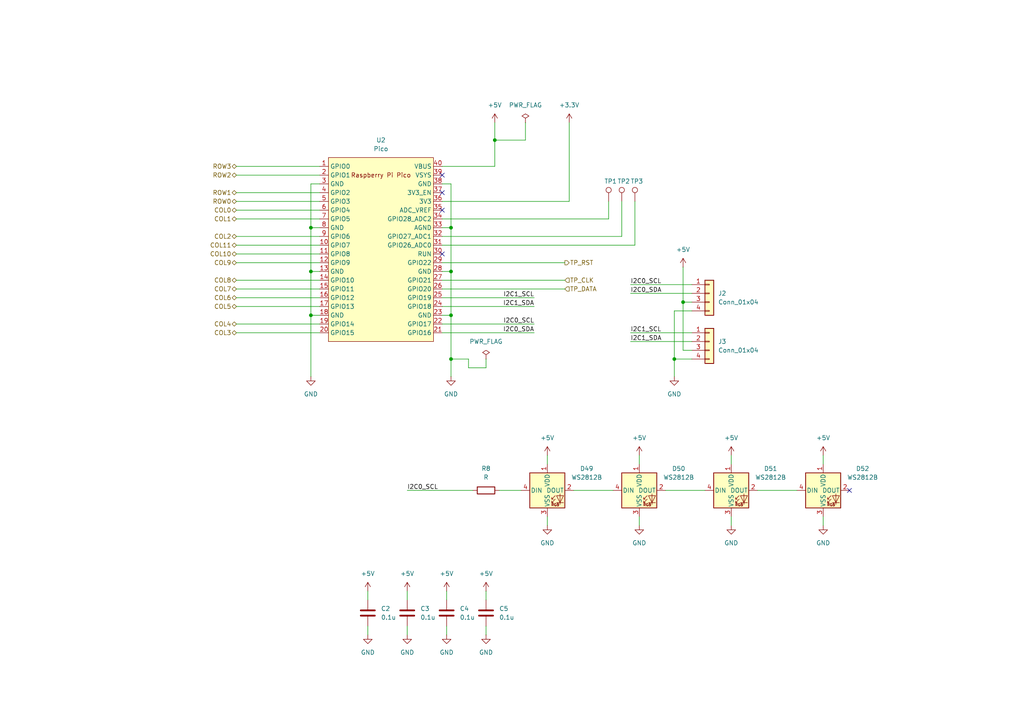
<source format=kicad_sch>
(kicad_sch (version 20231120) (generator "eeschema") (generator_version "8.0")
  (paper "A4")
  (lib_symbols
    (symbol "Connector:TestPoint" (pin_numbers hide) (pin_names (offset 0.762) hide)
      (property "Reference" "TP" (at 0 6.858 0))
      (property "Value" "TestPoint" (at 0 5.08 0))
      (symbol "TestPoint_0_1"
        (circle (center 0 3.302) (radius 0.762))
      )
      (symbol "TestPoint_1_1"
        (pin passive line (at 0 0 90) (length 2.54) (name "1") (number "1"))
      )
    )
    (symbol "Connector_Generic:Conn_01x04" (pin_names (offset 1.016) hide)
      (property "Reference" "J" (at 0 5.08 0))
      (property "Value" "Conn_01x04" (at 0 -7.62 0))
      (symbol "Conn_01x04_1_1"
        (rectangle (start -1.27 -4.953) (end 0 -5.207) (stroke (width 0.1524)))
        (rectangle (start -1.27 -2.413) (end 0 -2.667) (stroke (width 0.1524)))
        (rectangle (start -1.27 0.127) (end 0 -0.127) (stroke (width 0.1524)))
        (rectangle (start -1.27 2.667) (end 0 2.413) (stroke (width 0.1524)))
        (rectangle (start -1.27 3.81) (end 1.27 -6.35) (stroke (width 0.254)) (fill (type background)))
        (pin passive line (at -5.08 2.54 0) (length 3.81) (name "Pin_1") (number "1"))
        (pin passive line (at -5.08 0 0) (length 3.81) (name "Pin_2") (number "2"))
        (pin passive line (at -5.08 -2.54 0) (length 3.81) (name "Pin_3") (number "3"))
        (pin passive line (at -5.08 -5.08 0) (length 3.81) (name "Pin_4") (number "4"))
      )
    )
    (symbol "Device:C" (pin_numbers hide) (pin_names (offset 0.254))
      (property "Reference" "C" (at 0.635 2.54 0))
      (property "Value" "C" (at 0.635 -2.54 0))
      (symbol "C_0_1"
        (polyline (pts (xy -2.032 -0.762) (xy 2.032 -0.762)) (stroke (width 0.508)))
        (polyline (pts (xy -2.032 0.762) (xy 2.032 0.762)) (stroke (width 0.508)))
      )
      (symbol "C_1_1"
        (pin passive line (at 0 3.81 270) (length 2.794) (name "~") (number "1"))
        (pin passive line (at 0 -3.81 90) (length 2.794) (name "~") (number "2"))
      )
    )
    (symbol "Device:R" (pin_numbers hide) (pin_names (offset 0))
      (property "Reference" "R" (at 2.032 0 90))
      (property "Value" "R" (at 0 0 90))
      (symbol "R_0_1"
        (rectangle (start -1.016 -2.54) (end 1.016 2.54) (stroke (width 0.254)))
      )
      (symbol "R_1_1"
        (pin passive line (at 0 3.81 270) (length 1.27) (name "~") (number "1"))
        (pin passive line (at 0 -3.81 90) (length 1.27) (name "~") (number "2"))
      )
    )
    (symbol "LED:WS2812B" (pin_names (offset 0.254))
      (property "Reference" "D" (at 5.08 5.715 0))
      (property "Value" "WS2812B" (at 1.27 -5.715 0))
      (symbol "WS2812B_0_0"
        (text "RGB" (at 2.286 -4.191 0) (effects (font (size 0.762 0.762))))
      )
      (symbol "WS2812B_0_1"
        (polyline (pts (xy 1.27 -3.556) (xy 1.778 -3.556)))
        (polyline (pts (xy 1.27 -2.54) (xy 1.778 -2.54)))
        (polyline (pts (xy 4.699 -3.556) (xy 2.667 -3.556)))
        (polyline (pts (xy 2.286 -2.54) (xy 1.27 -3.556) (xy 1.27 -3.048)))
        (polyline (pts (xy 2.286 -1.524) (xy 1.27 -2.54) (xy 1.27 -2.032)))
        (polyline (pts (xy 3.683 -1.016) (xy 3.683 -3.556) (xy 3.683 -4.064)))
        (polyline (pts (xy 4.699 -1.524) (xy 2.667 -1.524) (xy 3.683 -3.556) (xy 4.699 -1.524)))
        (rectangle (start 5.08 5.08) (end -5.08 -5.08) (stroke (width 0.254)) (fill (type background)))
      )
      (symbol "WS2812B_1_1"
        (pin power_in line (at 0 7.62 270) (length 2.54) (name "VDD") (number "1"))
        (pin output line (at 7.62 0 180) (length 2.54) (name "DOUT") (number "2"))
        (pin power_in line (at 0 -7.62 90) (length 2.54) (name "VSS") (number "3"))
        (pin input line (at -7.62 0 0) (length 2.54) (name "DIN") (number "4"))
      )
    )
    (symbol "my_pico:my_pico_no_dbg"
      (property "Reference" "U" (at -13.97 27.94 0))
      (property "Value" "Pico" (at 0 19.05 0))
      (symbol "my_pico_no_dbg_0_0"
        (text "Raspberry Pi Pico" (at 0 21.59 0) (effects (font (size 1.27 1.27))))
      )
      (symbol "my_pico_no_dbg_0_1"
        (rectangle (start -15.24 26.67) (end 15.24 -26.67) (fill (type background)))
      )
      (symbol "my_pico_no_dbg_1_1"
        (pin bidirectional line (at -17.78 24.13 0) (length 2.54) (name "GPIO0") (number "1"))
        (pin bidirectional line (at -17.78 1.27 0) (length 2.54) (name "GPIO7") (number "10"))
        (pin bidirectional line (at -17.78 -1.27 0) (length 2.54) (name "GPIO8") (number "11"))
        (pin bidirectional line (at -17.78 -3.81 0) (length 2.54) (name "GPIO9") (number "12"))
        (pin power_in line (at -17.78 -6.35 0) (length 2.54) (name "GND") (number "13"))
        (pin bidirectional line (at -17.78 -8.89 0) (length 2.54) (name "GPIO10") (number "14"))
        (pin bidirectional line (at -17.78 -11.43 0) (length 2.54) (name "GPIO11") (number "15"))
        (pin bidirectional line (at -17.78 -13.97 0) (length 2.54) (name "GPIO12") (number "16"))
        (pin bidirectional line (at -17.78 -16.51 0) (length 2.54) (name "GPIO13") (number "17"))
        (pin power_in line (at -17.78 -19.05 0) (length 2.54) (name "GND") (number "18"))
        (pin bidirectional line (at -17.78 -21.59 0) (length 2.54) (name "GPIO14") (number "19"))
        (pin bidirectional line (at -17.78 21.59 0) (length 2.54) (name "GPIO1") (number "2"))
        (pin bidirectional line (at -17.78 -24.13 0) (length 2.54) (name "GPIO15") (number "20"))
        (pin bidirectional line (at 17.78 -24.13 180) (length 2.54) (name "GPIO16") (number "21"))
        (pin bidirectional line (at 17.78 -21.59 180) (length 2.54) (name "GPIO17") (number "22"))
        (pin power_in line (at 17.78 -19.05 180) (length 2.54) (name "GND") (number "23"))
        (pin bidirectional line (at 17.78 -16.51 180) (length 2.54) (name "GPIO18") (number "24"))
        (pin bidirectional line (at 17.78 -13.97 180) (length 2.54) (name "GPIO19") (number "25"))
        (pin bidirectional line (at 17.78 -11.43 180) (length 2.54) (name "GPIO20") (number "26"))
        (pin bidirectional line (at 17.78 -8.89 180) (length 2.54) (name "GPIO21") (number "27"))
        (pin power_in line (at 17.78 -6.35 180) (length 2.54) (name "GND") (number "28"))
        (pin bidirectional line (at 17.78 -3.81 180) (length 2.54) (name "GPIO22") (number "29"))
        (pin power_in line (at -17.78 19.05 0) (length 2.54) (name "GND") (number "3"))
        (pin input line (at 17.78 -1.27 180) (length 2.54) (name "RUN") (number "30"))
        (pin bidirectional line (at 17.78 1.27 180) (length 2.54) (name "GPIO26_ADC0") (number "31"))
        (pin bidirectional line (at 17.78 3.81 180) (length 2.54) (name "GPIO27_ADC1") (number "32"))
        (pin power_in line (at 17.78 6.35 180) (length 2.54) (name "AGND") (number "33"))
        (pin bidirectional line (at 17.78 8.89 180) (length 2.54) (name "GPIO28_ADC2") (number "34"))
        (pin power_in line (at 17.78 11.43 180) (length 2.54) (name "ADC_VREF") (number "35"))
        (pin power_out line (at 17.78 13.97 180) (length 2.54) (name "3V3") (number "36"))
        (pin input line (at 17.78 16.51 180) (length 2.54) (name "3V3_EN") (number "37"))
        (pin power_in line (at 17.78 19.05 180) (length 2.54) (name "GND") (number "38"))
        (pin power_in line (at 17.78 21.59 180) (length 2.54) (name "VSYS") (number "39"))
        (pin bidirectional line (at -17.78 16.51 0) (length 2.54) (name "GPIO2") (number "4"))
        (pin power_in line (at 17.78 24.13 180) (length 2.54) (name "VBUS") (number "40"))
        (pin bidirectional line (at -17.78 13.97 0) (length 2.54) (name "GPIO3") (number "5"))
        (pin bidirectional line (at -17.78 11.43 0) (length 2.54) (name "GPIO4") (number "6"))
        (pin bidirectional line (at -17.78 8.89 0) (length 2.54) (name "GPIO5") (number "7"))
        (pin power_in line (at -17.78 6.35 0) (length 2.54) (name "GND") (number "8"))
        (pin bidirectional line (at -17.78 3.81 0) (length 2.54) (name "GPIO6") (number "9"))
      )
    )
    (symbol "power:+3.3V" (power) (pin_numbers hide) (pin_names (offset 0) hide)
      (property "Value" "+3.3V" (at 0 3.556 0))
      (symbol "+3.3V_0_1"
        (polyline (pts (xy -0.762 1.27) (xy 0 2.54)))
        (polyline (pts (xy 0 0) (xy 0 2.54)))
        (polyline (pts (xy 0 2.54) (xy 0.762 1.27)))
      )
      (symbol "+3.3V_1_1"
        (pin power_in line (at 0 0 90) (length 0) (name "~") (number "1"))
      )
    )
    (symbol "power:+5V" (power) (pin_numbers hide) (pin_names (offset 0) hide)
      (property "Value" "+5V" (at 0 3.556 0))
      (symbol "+5V_0_1"
        (polyline (pts (xy -0.762 1.27) (xy 0 2.54)))
        (polyline (pts (xy 0 0) (xy 0 2.54)))
        (polyline (pts (xy 0 2.54) (xy 0.762 1.27)))
      )
      (symbol "+5V_1_1"
        (pin power_in line (at 0 0 90) (length 0) (name "~") (number "1"))
      )
    )
    (symbol "power:GND" (power) (pin_numbers hide) (pin_names (offset 0) hide)
      (property "Value" "GND" (at 0 -3.81 0))
      (symbol "GND_0_1"
        (polyline (pts (xy 0 0) (xy 0 -1.27) (xy 1.27 -1.27) (xy 0 -2.54) (xy -1.27 -1.27) (xy 0 -1.27)))
      )
      (symbol "GND_1_1"
        (pin power_in line (at 0 0 270) (length 0) (name "~") (number "1"))
      )
    )
    (symbol "power:PWR_FLAG" (power) (pin_numbers hide) (pin_names (offset 0) hide)
      (property "Value" "PWR_FLAG" (at 0 3.81 0))
      (symbol "PWR_FLAG_0_0"
        (pin power_out line (at 0 0 90) (length 0) (name "~") (number "1"))
      )
      (symbol "PWR_FLAG_0_1"
        (polyline (pts (xy 0 0) (xy 0 1.27) (xy -1.016 1.905) (xy 0 2.54) (xy 1.016 1.905) (xy 0 1.27)))
      )
    )
  )
  (junction (at 198.12 87.63))
  (junction (at 130.81 91.44))
  (junction (at 195.58 104.14))
  (junction (at 130.81 104.14))
  (junction (at 90.17 91.44))
  (junction (at 130.81 66.04))
  (junction (at 130.81 78.74))
  (junction (at 90.17 78.74))
  (junction (at 90.17 66.04))
  (junction (at 143.51 40.64))
  (no_connect (at 246.38 142.24))
  (no_connect (at 128.27 60.96))
  (no_connect (at 128.27 55.88))
  (no_connect (at 128.27 50.8))
  (no_connect (at 128.27 73.66))
  (wire (pts (xy 140.97 106.68) (xy 135.89 106.68)))
  (wire (pts (xy 118.11 181.61) (xy 118.11 184.15)))
  (wire (pts (xy 212.09 132.08) (xy 212.09 134.62)))
  (wire (pts (xy 68.58 73.66) (xy 92.71 73.66)))
  (wire (pts (xy 176.53 63.5) (xy 176.53 58.42)))
  (wire (pts (xy 143.51 40.64) (xy 152.4 40.64)))
  (wire (pts (xy 200.66 90.17) (xy 195.58 90.17)))
  (wire (pts (xy 128.27 91.44) (xy 130.81 91.44)))
  (wire (pts (xy 182.88 82.55) (xy 200.66 82.55)))
  (wire (pts (xy 68.58 81.28) (xy 92.71 81.28)))
  (wire (pts (xy 118.11 142.24) (xy 137.16 142.24)))
  (wire (pts (xy 182.88 85.09) (xy 200.66 85.09)))
  (wire (pts (xy 118.11 171.45) (xy 118.11 173.99)))
  (wire (pts (xy 68.58 83.82) (xy 92.71 83.82)))
  (wire (pts (xy 130.81 53.34) (xy 130.81 66.04)))
  (wire (pts (xy 68.58 58.42) (xy 92.71 58.42)))
  (wire (pts (xy 158.75 149.86) (xy 158.75 152.4)))
  (wire (pts (xy 128.27 96.52) (xy 154.94 96.52)))
  (wire (pts (xy 106.68 171.45) (xy 106.68 173.99)))
  (wire (pts (xy 184.15 58.42) (xy 184.15 71.12)))
  (wire (pts (xy 68.58 55.88) (xy 92.71 55.88)))
  (wire (pts (xy 128.27 86.36) (xy 154.94 86.36)))
  (wire (pts (xy 128.27 58.42) (xy 165.1 58.42)))
  (wire (pts (xy 90.17 91.44) (xy 90.17 109.22)))
  (wire (pts (xy 128.27 66.04) (xy 130.81 66.04)))
  (wire (pts (xy 198.12 87.63) (xy 198.12 101.6)))
  (wire (pts (xy 200.66 104.14) (xy 195.58 104.14)))
  (wire (pts (xy 143.51 40.64) (xy 143.51 48.26)))
  (wire (pts (xy 185.42 132.08) (xy 185.42 134.62)))
  (wire (pts (xy 193.04 142.24) (xy 204.47 142.24)))
  (wire (pts (xy 68.58 48.26) (xy 92.71 48.26)))
  (wire (pts (xy 180.34 58.42) (xy 180.34 68.58)))
  (wire (pts (xy 129.54 181.61) (xy 129.54 184.15)))
  (wire (pts (xy 128.27 78.74) (xy 130.81 78.74)))
  (wire (pts (xy 130.81 104.14) (xy 135.89 104.14)))
  (wire (pts (xy 90.17 66.04) (xy 92.71 66.04)))
  (wire (pts (xy 219.71 142.24) (xy 231.14 142.24)))
  (wire (pts (xy 165.1 35.56) (xy 165.1 58.42)))
  (wire (pts (xy 212.09 149.86) (xy 212.09 152.4)))
  (wire (pts (xy 135.89 106.68) (xy 135.89 104.14)))
  (wire (pts (xy 128.27 68.58) (xy 180.34 68.58)))
  (wire (pts (xy 152.4 35.56) (xy 152.4 40.64)))
  (wire (pts (xy 140.97 181.61) (xy 140.97 184.15)))
  (wire (pts (xy 195.58 90.17) (xy 195.58 104.14)))
  (wire (pts (xy 195.58 104.14) (xy 195.58 109.22)))
  (wire (pts (xy 90.17 53.34) (xy 90.17 66.04)))
  (wire (pts (xy 129.54 171.45) (xy 129.54 173.99)))
  (wire (pts (xy 130.81 78.74) (xy 130.81 91.44)))
  (wire (pts (xy 140.97 171.45) (xy 140.97 173.99)))
  (wire (pts (xy 90.17 91.44) (xy 92.71 91.44)))
  (wire (pts (xy 185.42 149.86) (xy 185.42 152.4)))
  (wire (pts (xy 166.37 142.24) (xy 177.8 142.24)))
  (wire (pts (xy 68.58 60.96) (xy 92.71 60.96)))
  (wire (pts (xy 182.88 96.52) (xy 200.66 96.52)))
  (wire (pts (xy 198.12 87.63) (xy 200.66 87.63)))
  (wire (pts (xy 198.12 77.47) (xy 198.12 87.63)))
  (wire (pts (xy 68.58 86.36) (xy 92.71 86.36)))
  (wire (pts (xy 68.58 93.98) (xy 92.71 93.98)))
  (wire (pts (xy 92.71 53.34) (xy 90.17 53.34)))
  (wire (pts (xy 90.17 78.74) (xy 92.71 78.74)))
  (wire (pts (xy 128.27 93.98) (xy 154.94 93.98)))
  (wire (pts (xy 128.27 63.5) (xy 176.53 63.5)))
  (wire (pts (xy 140.97 104.14) (xy 140.97 106.68)))
  (wire (pts (xy 128.27 81.28) (xy 163.83 81.28)))
  (wire (pts (xy 198.12 101.6) (xy 200.66 101.6)))
  (wire (pts (xy 128.27 48.26) (xy 143.51 48.26)))
  (wire (pts (xy 143.51 35.56) (xy 143.51 40.64)))
  (wire (pts (xy 182.88 99.06) (xy 200.66 99.06)))
  (wire (pts (xy 68.58 50.8) (xy 92.71 50.8)))
  (wire (pts (xy 130.81 91.44) (xy 130.81 104.14)))
  (wire (pts (xy 68.58 63.5) (xy 92.71 63.5)))
  (wire (pts (xy 128.27 71.12) (xy 184.15 71.12)))
  (wire (pts (xy 90.17 78.74) (xy 90.17 91.44)))
  (wire (pts (xy 128.27 53.34) (xy 130.81 53.34)))
  (wire (pts (xy 68.58 96.52) (xy 92.71 96.52)))
  (wire (pts (xy 128.27 88.9) (xy 154.94 88.9)))
  (wire (pts (xy 158.75 132.08) (xy 158.75 134.62)))
  (wire (pts (xy 68.58 76.2) (xy 92.71 76.2)))
  (wire (pts (xy 130.81 104.14) (xy 130.81 109.22)))
  (wire (pts (xy 68.58 88.9) (xy 92.71 88.9)))
  (wire (pts (xy 128.27 83.82) (xy 163.83 83.82)))
  (wire (pts (xy 68.58 71.12) (xy 92.71 71.12)))
  (wire (pts (xy 130.81 66.04) (xy 130.81 78.74)))
  (wire (pts (xy 238.76 149.86) (xy 238.76 152.4)))
  (wire (pts (xy 238.76 132.08) (xy 238.76 134.62)))
  (wire (pts (xy 144.78 142.24) (xy 151.13 142.24)))
  (wire (pts (xy 106.68 181.61) (xy 106.68 184.15)))
  (wire (pts (xy 90.17 66.04) (xy 90.17 78.74)))
  (wire (pts (xy 128.27 76.2) (xy 163.83 76.2)))
  (wire (pts (xy 68.58 68.58) (xy 92.71 68.58)))
  (label "I2C1_SCL" (at 154.94 86.36 180))
  (label "I2C0_SCL" (at 154.94 93.98 180))
  (label "I2C1_SDA" (at 154.94 88.9 180))
  (label "I2C1_SCL" (at 182.88 96.52 0))
  (label "I2C0_SCL" (at 182.88 82.55 0))
  (label "I2C0_SDA" (at 154.94 96.52 180))
  (label "I2C0_SDA" (at 182.88 85.09 0))
  (label "I2C1_SDA" (at 182.88 99.06 0))
  (label "I2C0_SCL" (at 118.11 142.24 0))
  (hierarchical_label "COL2" (shape bidirectional) (at 68.58 68.58 180))
  (hierarchical_label "COL7" (shape bidirectional) (at 68.58 83.82 180))
  (hierarchical_label "COL4" (shape bidirectional) (at 68.58 93.98 180))
  (hierarchical_label "COL8" (shape bidirectional) (at 68.58 81.28 180))
  (hierarchical_label "TP_CLK" (shape input) (at 163.83 81.28 0))
  (hierarchical_label "COL10" (shape bidirectional) (at 68.58 73.66 180))
  (hierarchical_label "ROW1" (shape bidirectional) (at 68.58 55.88 180))
  (hierarchical_label "COL0" (shape bidirectional) (at 68.58 60.96 180))
  (hierarchical_label "COL9" (shape bidirectional) (at 68.58 76.2 180))
  (hierarchical_label "TP_DATA" (shape input) (at 163.83 83.82 0))
  (hierarchical_label "COL1" (shape bidirectional) (at 68.58 63.5 180))
  (hierarchical_label "COL11" (shape bidirectional) (at 68.58 71.12 180))
  (hierarchical_label "ROW3" (shape bidirectional) (at 68.58 48.26 180))
  (hierarchical_label "ROW2" (shape bidirectional) (at 68.58 50.8 180))
  (hierarchical_label "TP_RST" (shape output) (at 163.83 76.2 0))
  (hierarchical_label "COL3" (shape bidirectional) (at 68.58 96.52 180))
  (hierarchical_label "COL5" (shape bidirectional) (at 68.58 88.9 180))
  (hierarchical_label "COL6" (shape bidirectional) (at 68.58 86.36 180))
  (hierarchical_label "ROW0" (shape bidirectional) (at 68.58 58.42 180))
  (symbol (lib_id "power:GND") (at 195.58 109.22 0) (unit 1)
    (property "Reference" "#PWR022" (effects (hide yes)))
    (property "Value" "GND" (at 195.58 114.3 0))
    (property "Description" "Power symbol creates a global label with name \"GND\" , ground" (effects (hide yes)))
  )
  (symbol (lib_id "power:+3.3V") (at 165.1 35.56 0) (unit 1)
    (property "Reference" "#PWR04" (effects (hide yes)))
    (property "Value" "+3.3V" (at 165.1 30.48 0))
    (property "Description" "Power symbol creates a global label with name \"+3.3V\"" (effects (hide yes)))
  )
  (symbol (lib_id "power:PWR_FLAG") (at 140.97 104.14 0) (unit 1)
    (property "Reference" "#FLG01" (effects (hide yes)))
    (property "Value" "PWR_FLAG" (at 140.97 99.06 0))
    (property "Description" "Special symbol for telling ERC where power comes from" (effects (hide yes)))
  )
  (symbol (lib_id "power:PWR_FLAG") (at 152.4 35.56 0) (unit 1)
    (property "Reference" "#FLG02" (effects (hide yes)))
    (property "Value" "PWR_FLAG" (at 152.4 30.48 0))
    (property "Description" "Special symbol for telling ERC where power comes from" (effects (hide yes)))
  )
  (symbol (lib_id "power:GND") (at 185.42 152.4 0) (unit 1)
    (property "Reference" "#PWR025" (effects (hide yes)))
    (property "Value" "GND" (at 185.42 157.48 0))
    (property "Description" "Power symbol creates a global label with name \"GND\" , ground" (effects (hide yes)))
  )
  (symbol (lib_id "power:GND") (at 90.17 109.22 0) (unit 1)
    (property "Reference" "#PWR021" (effects (hide yes)))
    (property "Value" "GND" (at 90.17 114.3 0))
    (property "Description" "Power symbol creates a global label with name \"GND\" , ground" (effects (hide yes)))
  )
  (symbol (lib_id "LED:WS2812B") (at 185.42 142.24 0) (unit 1)
    (property "Reference" "D50" (at 196.85 135.9214 0))
    (property "Value" "WS2812B" (at 196.85 138.4614 0))
    (property "Footprint" "LED_SMD:LED_WS2812B_PLCC4_5.0x5.0mm_P3.2mm" (effects (hide yes)))
    (property "Datasheet" "https://cdn-shop.adafruit.com/datasheets/WS2812B.pdf" (effects (hide yes)))
    (property "Description" "RGB LED with integrated controller" (effects (hide yes)))
  )
  (symbol (lib_id "Connector:TestPoint") (at 184.15 58.42 0) (unit 1)
    (property "Reference" "TP3" (at 182.88 52.578 0) (effects (justify left)))
    (property "Value" "TestPoint" (effects (hide yes)))
    (property "Footprint" "TestPoint:TestPoint_Pad_D1.0mm" (effects (hide yes)))
    (property "Description" "test point" (effects (hide yes)))
  )
  (symbol (lib_id "power:+5V") (at 140.97 171.45 0) (unit 1)
    (property "Reference" "#PWR037" (effects (hide yes)))
    (property "Value" "+5V" (at 140.97 166.37 0))
    (property "Description" "Power symbol creates a global label with name \"+5V\"" (effects (hide yes)))
  )
  (symbol (lib_id "power:+5V") (at 143.51 35.56 0) (unit 1)
    (property "Reference" "#PWR01" (effects (hide yes)))
    (property "Value" "+5V" (at 143.51 30.48 0))
    (property "Description" "Power symbol creates a global label with name \"+5V\"" (effects (hide yes)))
  )
  (symbol (lib_id "Connector:TestPoint") (at 180.34 58.42 0) (unit 1)
    (property "Reference" "TP2" (at 179.07 52.578 0) (effects (justify left)))
    (property "Value" "TestPoint" (effects (hide yes)))
    (property "Footprint" "TestPoint:TestPoint_Pad_D1.0mm" (effects (hide yes)))
    (property "Description" "test point" (effects (hide yes)))
  )
  (symbol (lib_id "Connector_Generic:Conn_01x04") (at 205.74 85.09 0) (unit 1)
    (property "Reference" "J2" (at 208.28 85.0899 0) (effects (justify left)))
    (property "Value" "Conn_01x04" (at 208.28 87.6299 0) (effects (justify left)))
    (property "Footprint" "Connector_JST:JST_PH_S4B-PH-K_1x04_P2.00mm_Horizontal" (effects (hide yes)))
    (property "Description" "Generic connector, single row, 01x04, script generated (kicad-library-utils/schlib/autogen/connector/)" (effects (hide yes)))
  )
  (symbol (lib_id "Device:C") (at 129.54 177.8 0) (unit 1)
    (property "Reference" "C4" (at 133.35 176.5299 0) (effects (justify left)))
    (property "Value" "0.1u" (at 133.35 179.0699 0) (effects (justify left)))
    (property "Footprint" "Capacitor_SMD:C_0603_1608Metric" (effects (hide yes)))
    (property "Description" "Unpolarized capacitor" (effects (hide yes)))
  )
  (symbol (lib_id "power:GND") (at 118.11 184.15 0) (unit 1)
    (property "Reference" "#PWR034" (effects (hide yes)))
    (property "Value" "GND" (at 118.11 189.23 0))
    (property "Description" "Power symbol creates a global label with name \"GND\" , ground" (effects (hide yes)))
  )
  (symbol (lib_id "power:GND") (at 129.54 184.15 0) (unit 1)
    (property "Reference" "#PWR036" (effects (hide yes)))
    (property "Value" "GND" (at 129.54 189.23 0))
    (property "Description" "Power symbol creates a global label with name \"GND\" , ground" (effects (hide yes)))
  )
  (symbol (lib_id "power:GND") (at 212.09 152.4 0) (unit 1)
    (property "Reference" "#PWR028" (effects (hide yes)))
    (property "Value" "GND" (at 212.09 157.48 0))
    (property "Description" "Power symbol creates a global label with name \"GND\" , ground" (effects (hide yes)))
  )
  (symbol (lib_id "power:+5V") (at 106.68 171.45 0) (unit 1)
    (property "Reference" "#PWR031" (effects (hide yes)))
    (property "Value" "+5V" (at 106.68 166.37 0))
    (property "Description" "Power symbol creates a global label with name \"+5V\"" (effects (hide yes)))
  )
  (symbol (lib_id "LED:WS2812B") (at 212.09 142.24 0) (unit 1)
    (property "Reference" "D51" (at 223.52 135.9214 0))
    (property "Value" "WS2812B" (at 223.52 138.4614 0))
    (property "Footprint" "LED_SMD:LED_WS2812B_PLCC4_5.0x5.0mm_P3.2mm" (effects (hide yes)))
    (property "Datasheet" "https://cdn-shop.adafruit.com/datasheets/WS2812B.pdf" (effects (hide yes)))
    (property "Description" "RGB LED with integrated controller" (effects (hide yes)))
  )
  (symbol (lib_id "power:+5V") (at 198.12 77.47 0) (unit 1)
    (property "Reference" "#PWR016" (effects (hide yes)))
    (property "Value" "+5V" (at 198.12 72.39 0))
    (property "Description" "Power symbol creates a global label with name \"+5V\"" (effects (hide yes)))
  )
  (symbol (lib_id "Device:C") (at 140.97 177.8 0) (unit 1)
    (property "Reference" "C5" (at 144.78 176.5299 0) (effects (justify left)))
    (property "Value" "0.1u" (at 144.78 179.0699 0) (effects (justify left)))
    (property "Footprint" "Capacitor_SMD:C_0603_1608Metric" (effects (hide yes)))
    (property "Description" "Unpolarized capacitor" (effects (hide yes)))
  )
  (symbol (lib_id "power:GND") (at 158.75 152.4 0) (unit 1)
    (property "Reference" "#PWR023" (effects (hide yes)))
    (property "Value" "GND" (at 158.75 157.48 0))
    (property "Description" "Power symbol creates a global label with name \"GND\" , ground" (effects (hide yes)))
  )
  (symbol (lib_id "power:GND") (at 238.76 152.4 0) (unit 1)
    (property "Reference" "#PWR030" (effects (hide yes)))
    (property "Value" "GND" (at 238.76 157.48 0))
    (property "Description" "Power symbol creates a global label with name \"GND\" , ground" (effects (hide yes)))
  )
  (symbol (lib_id "Connector_Generic:Conn_01x04") (at 205.74 99.06 0) (unit 1)
    (property "Reference" "J3" (at 208.28 99.0599 0) (effects (justify left)))
    (property "Value" "Conn_01x04" (at 208.28 101.5999 0) (effects (justify left)))
    (property "Footprint" "Connector_JST:JST_PH_S4B-PH-K_1x04_P2.00mm_Horizontal" (effects (hide yes)))
    (property "Description" "Generic connector, single row, 01x04, script generated (kicad-library-utils/schlib/autogen/connector/)" (effects (hide yes)))
  )
  (symbol (lib_id "power:GND") (at 130.81 109.22 0) (unit 1)
    (property "Reference" "#PWR020" (effects (hide yes)))
    (property "Value" "GND" (at 130.81 114.3 0))
    (property "Description" "Power symbol creates a global label with name \"GND\" , ground" (effects (hide yes)))
  )
  (symbol (lib_id "Device:C") (at 118.11 177.8 0) (unit 1)
    (property "Reference" "C3" (at 121.92 176.5299 0) (effects (justify left)))
    (property "Value" "0.1u" (at 121.92 179.0699 0) (effects (justify left)))
    (property "Footprint" "Capacitor_SMD:C_0603_1608Metric" (effects (hide yes)))
    (property "Description" "Unpolarized capacitor" (effects (hide yes)))
  )
  (symbol (lib_id "power:GND") (at 140.97 184.15 0) (unit 1)
    (property "Reference" "#PWR038" (effects (hide yes)))
    (property "Value" "GND" (at 140.97 189.23 0))
    (property "Description" "Power symbol creates a global label with name \"GND\" , ground" (effects (hide yes)))
  )
  (symbol (lib_id "my_pico:my_pico_no_dbg") (at 110.49 72.39 0) (unit 1)
    (property "Reference" "U2" (at 110.49 40.64 0))
    (property "Value" "Pico" (at 110.49 43.18 0))
    (property "Footprint" "my_pico:pico_no_dbg_th_p0.85" (effects (hide yes)))
  )
  (symbol (lib_id "power:+5V") (at 118.11 171.45 0) (unit 1)
    (property "Reference" "#PWR033" (effects (hide yes)))
    (property "Value" "+5V" (at 118.11 166.37 0))
    (property "Description" "Power symbol creates a global label with name \"+5V\"" (effects (hide yes)))
  )
  (symbol (lib_id "LED:WS2812B") (at 158.75 142.24 0) (unit 1)
    (property "Reference" "D49" (at 170.18 135.9214 0))
    (property "Value" "WS2812B" (at 170.18 138.4614 0))
    (property "Footprint" "LED_SMD:LED_WS2812B_PLCC4_5.0x5.0mm_P3.2mm" (effects (hide yes)))
    (property "Datasheet" "https://cdn-shop.adafruit.com/datasheets/WS2812B.pdf" (effects (hide yes)))
    (property "Description" "RGB LED with integrated controller" (effects (hide yes)))
  )
  (symbol (lib_id "LED:WS2812B") (at 238.76 142.24 0) (unit 1)
    (property "Reference" "D52" (at 250.19 135.9214 0))
    (property "Value" "WS2812B" (at 250.19 138.4614 0))
    (property "Footprint" "LED_SMD:LED_WS2812B_PLCC4_5.0x5.0mm_P3.2mm" (effects (hide yes)))
    (property "Datasheet" "https://cdn-shop.adafruit.com/datasheets/WS2812B.pdf" (effects (hide yes)))
    (property "Description" "RGB LED with integrated controller" (effects (hide yes)))
  )
  (symbol (lib_id "power:+5V") (at 238.76 132.08 0) (unit 1)
    (property "Reference" "#PWR029" (effects (hide yes)))
    (property "Value" "+5V" (at 238.76 127 0))
    (property "Description" "Power symbol creates a global label with name \"+5V\"" (effects (hide yes)))
  )
  (symbol (lib_id "Device:C") (at 106.68 177.8 0) (unit 1)
    (property "Reference" "C2" (at 110.49 176.5299 0) (effects (justify left)))
    (property "Value" "0.1u" (at 110.49 179.0699 0) (effects (justify left)))
    (property "Footprint" "Capacitor_SMD:C_0603_1608Metric" (effects (hide yes)))
    (property "Description" "Unpolarized capacitor" (effects (hide yes)))
  )
  (symbol (lib_id "Device:R") (at 140.97 142.24 90) (unit 1)
    (property "Reference" "R8" (at 140.97 135.89 90))
    (property "Value" "R" (at 140.97 138.43 90))
    (property "Footprint" "Resistor_SMD:R_0603_1608Metric" (effects (hide yes)))
    (property "Description" "Resistor" (effects (hide yes)))
  )
  (symbol (lib_id "power:GND") (at 106.68 184.15 0) (unit 1)
    (property "Reference" "#PWR032" (effects (hide yes)))
    (property "Value" "GND" (at 106.68 189.23 0))
    (property "Description" "Power symbol creates a global label with name \"GND\" , ground" (effects (hide yes)))
  )
  (symbol (lib_id "power:+5V") (at 185.42 132.08 0) (unit 1)
    (property "Reference" "#PWR026" (effects (hide yes)))
    (property "Value" "+5V" (at 185.42 127 0))
    (property "Description" "Power symbol creates a global label with name \"+5V\"" (effects (hide yes)))
  )
  (symbol (lib_id "power:+5V") (at 212.09 132.08 0) (unit 1)
    (property "Reference" "#PWR027" (effects (hide yes)))
    (property "Value" "+5V" (at 212.09 127 0))
    (property "Description" "Power symbol creates a global label with name \"+5V\"" (effects (hide yes)))
  )
  (symbol (lib_id "power:+5V") (at 129.54 171.45 0) (unit 1)
    (property "Reference" "#PWR035" (effects (hide yes)))
    (property "Value" "+5V" (at 129.54 166.37 0))
    (property "Description" "Power symbol creates a global label with name \"+5V\"" (effects (hide yes)))
  )
  (symbol (lib_id "power:+5V") (at 158.75 132.08 0) (unit 1)
    (property "Reference" "#PWR024" (effects (hide yes)))
    (property "Value" "+5V" (at 158.75 127 0))
    (property "Description" "Power symbol creates a global label with name \"+5V\"" (effects (hide yes)))
  )
  (symbol (lib_id "Connector:TestPoint") (at 176.53 58.42 0) (unit 1)
    (property "Reference" "TP1" (at 175.26 52.578 0) (effects (justify left)))
    (property "Value" "TestPoint" (effects (hide yes)))
    (property "Footprint" "TestPoint:TestPoint_Pad_D1.0mm" (effects (hide yes)))
    (property "Description" "test point" (effects (hide yes)))
  )
)
</source>
